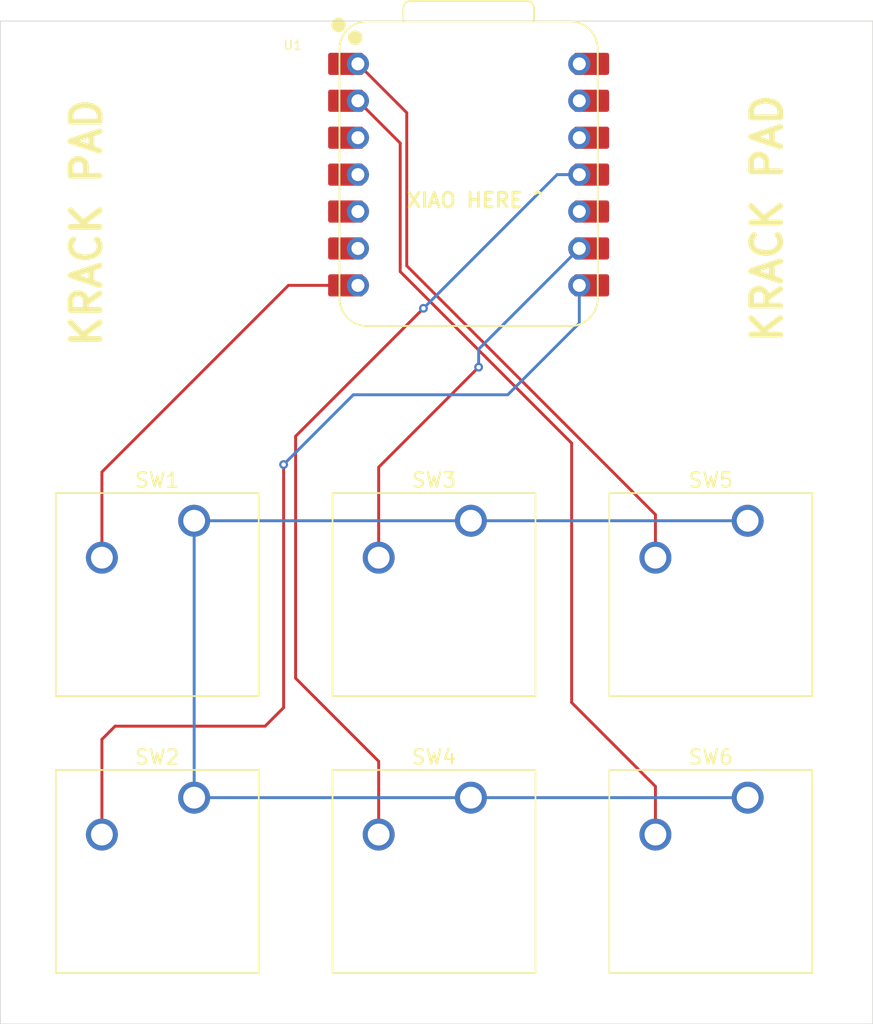
<source format=kicad_pcb>
(kicad_pcb (version 20241229) (generator "pcbnew") (generator_version "9.0")
  (layers (0 "F.Cu" signal) (2 "B.Cu" signal) (13 "F.Paste" user) (15 "B.Paste" user) (5 "F.SilkS" user "F.Silkscreen") (7 "B.SilkS" user "B.Silkscreen") (1 "F.Mask" user) (3 "B.Mask" user) (25 "Edge.Cuts" user))
  (net 0 "")
  (net 1 "Net-(U1-GPIO0{slash}TX)")
  (net 2 "GND")
  (net 3 "Net-(U1-GPIO1{slash}RX)")
  (net 4 "Net-(U1-GPIO2{slash}SCK)")
  (net 5 "Net-(U1-GPIO3{slash}MOSI)")
  (net 6 "Net-(U1-GPIO26{slash}ADC0{slash}A0)")
  (net 7 "Net-(U1-GPIO27{slash}ADC1{slash}A1)")
  (footprint "Button_Switch_Keyboard:SW_Cherry_MX_1.00u_PCB" (layer "F.Cu") (at 121.615 116.6935)
    (property "Reference" "SW2" (at -2.54 -2.794 0) (layer "F.SilkS"))
    (property "Value" "SW_Push")
    (fp_line (start -9.525 -1.905) (end 4.445 -1.905) (stroke (width 0.12)) (layer "F.SilkS"))
    (fp_line (start -9.525 12.065) (end -9.525 -1.905) (stroke (width 0.12)) (layer "F.SilkS"))
    (fp_line (start 4.445 -1.905) (end 4.445 12.065) (stroke (width 0.12)) (layer "F.SilkS"))
    (fp_line (start 4.445 12.065) (end -9.525 12.065) (stroke (width 0.12)) (layer "F.SilkS"))
    (pad "" np_thru_hole circle (at -7.62 5.08) (size 1.7 1.7) (drill 1.7) (layers "*.Cu" "*.Mask"))
    (pad "" np_thru_hole circle (at -2.54 5.08) (size 4 4) (drill 4) (layers "*.Cu" "*.Mask"))
    (pad "" np_thru_hole circle (at 2.54 5.08) (size 1.7 1.7) (drill 1.7) (layers "*.Cu" "*.Mask"))
    (pad "1" thru_hole circle (at 0 0) (size 2.2 2.2) (drill 1.5) (layers "*.Cu" "*.Mask") (net 2 "GND"))
    (pad "2" thru_hole circle (at -6.35 2.54) (size 2.2 2.2) (drill 1.5) (layers "*.Cu" "*.Mask") (net 3 "Net-(U1-GPIO1{slash}RX)"))
  )
  (footprint "Button_Switch_Keyboard:SW_Cherry_MX_1.00u_PCB" (layer "F.Cu") (at 140.667 97.6415)
    (property "Reference" "SW3" (at -2.54 -2.794 0) (layer "F.SilkS"))
    (property "Value" "SW_Push")
    (fp_line (start -9.525 -1.905) (end 4.445 -1.905) (stroke (width 0.12)) (layer "F.SilkS"))
    (fp_line (start -9.525 12.065) (end -9.525 -1.905) (stroke (width 0.12)) (layer "F.SilkS"))
    (fp_line (start 4.445 -1.905) (end 4.445 12.065) (stroke (width 0.12)) (layer "F.SilkS"))
    (fp_line (start 4.445 12.065) (end -9.525 12.065) (stroke (width 0.12)) (layer "F.SilkS"))
    (pad "" np_thru_hole circle (at -7.62 5.08) (size 1.7 1.7) (drill 1.7) (layers "*.Cu" "*.Mask"))
    (pad "" np_thru_hole circle (at -2.54 5.08) (size 4 4) (drill 4) (layers "*.Cu" "*.Mask"))
    (pad "" np_thru_hole circle (at 2.54 5.08) (size 1.7 1.7) (drill 1.7) (layers "*.Cu" "*.Mask"))
    (pad "1" thru_hole circle (at 0 0) (size 2.2 2.2) (drill 1.5) (layers "*.Cu" "*.Mask") (net 2 "GND"))
    (pad "2" thru_hole circle (at -6.35 2.54) (size 2.2 2.2) (drill 1.5) (layers "*.Cu" "*.Mask") (net 4 "Net-(U1-GPIO2{slash}SCK)"))
  )
  (footprint "opl:XIAO-RP2040-DIP" (layer "F.Cu") (at 140.5085 73.8265)
    (property "Reference" "U1" (at -12.1085 -8.9015 0) (layer "F.SilkS") (effects (font (size 0.635 0.635) (thickness 0.1016))))
    (property "Value" "XIAO-RP2040-DIP")
    (fp_line (start -8.89 8.509) (end -8.89 -8.636) (stroke (width 0.127)) (layer "F.SilkS"))
    (fp_line (start -6.985 10.414) (end 6.985 10.414) (stroke (width 0.127)) (layer "F.SilkS"))
    (fp_line (start -4.495 -10.541) (end -4.491272 -11.451272) (stroke (width 0.127)) (layer "F.SilkS"))
    (fp_line (start -3.991272 -11.951) (end 4.004 -11.951) (stroke (width 0.127)) (layer "F.SilkS"))
    (fp_line (start 4.504 -11.451) (end 4.504 -10.541) (stroke (width 0.127)) (layer "F.SilkS"))
    (fp_line (start 6.985 -10.541) (end -6.985 -10.541) (stroke (width 0.1)) (layer "F.SilkS"))
    (fp_line (start 6.985 -10.541) (end -6.985 -10.541) (stroke (width 0.127)) (layer "F.SilkS"))
    (fp_line (start 8.89 8.509) (end 8.89 -8.636) (stroke (width 0.127)) (layer "F.SilkS"))
    (fp_arc (start -8.89 -8.636) (mid -8.332038 -9.983038) (end -6.985 -10.541) (stroke (width 0.127)) (layer "F.SilkS"))
    (fp_arc (start -6.985 10.414) (mid -8.332038 9.856038) (end -8.89 8.509) (stroke (width 0.127)) (layer "F.SilkS"))
    (fp_arc (start -4.491272 -11.451272) (mid -4.344728 -11.80464) (end -3.991272 -11.951) (stroke (width 0.127)) (layer "F.SilkS"))
    (fp_arc (start 4.004 -11.951) (mid 4.357553 -11.804553) (end 4.504 -11.451) (stroke (width 0.127)) (layer "F.SilkS"))
    (fp_arc (start 6.985 -10.541) (mid 8.332038 -9.983038) (end 8.89 -8.636) (stroke (width 0.127)) (layer "F.SilkS"))
    (fp_arc (start 8.89 8.509) (mid 8.332038 9.856038) (end 6.985 10.414) (stroke (width 0.127)) (layer "F.SilkS"))
    (fp_circle (center -8.95 -10.3) (end -8.95 -10.554) (stroke (width 0.5)) (fill yes) (layer "F.SilkS"))
    (fp_circle (center -7.807 -9.42) (end -7.807 -9.674) (stroke (width 0.5)) (fill yes) (layer "F.SilkS"))
    (pad "1" smd roundrect (at -8.455 -7.62 180) (size 2.432 1.524) (layers "F.Cu" "F.Mask") (roundrect_rratio 0.1) (net 6 "Net-(U1-GPIO26{slash}ADC0{slash}A0)"))
    (pad "1" thru_hole circle (at -7.62 -7.62 180) (size 1.524 1.524) (drill 0.889) (layers "*.Cu" "*.Mask") (net 6 "Net-(U1-GPIO26{slash}ADC0{slash}A0)"))
    (pad "2" smd roundrect (at -8.455 -5.08 180) (size 2.432 1.524) (layers "F.Cu" "F.Mask") (roundrect_rratio 0.1) (net 7 "Net-(U1-GPIO27{slash}ADC1{slash}A1)"))
    (pad "2" thru_hole circle (at -7.62 -5.08 180) (size 1.524 1.524) (drill 0.889) (layers "*.Cu" "*.Mask") (net 7 "Net-(U1-GPIO27{slash}ADC1{slash}A1)"))
    (pad "3" smd roundrect (at -8.455 -2.54 180) (size 2.432 1.524) (layers "F.Cu" "F.Mask") (roundrect_rratio 0.1))
    (pad "3" thru_hole circle (at -7.62 -2.54 180) (size 1.524 1.524) (drill 0.889) (layers "*.Cu" "*.Mask"))
    (pad "4" smd roundrect (at -8.455 0 180) (size 2.432 1.524) (layers "F.Cu" "F.Mask") (roundrect_rratio 0.1))
    (pad "4" thru_hole circle (at -7.62 0 180) (size 1.524 1.524) (drill 0.889) (layers "*.Cu" "*.Mask"))
    (pad "5" smd roundrect (at -8.455 2.54 180) (size 2.432 1.524) (layers "F.Cu" "F.Mask") (roundrect_rratio 0.1))
    (pad "5" thru_hole circle (at -7.62 2.54 180) (size 1.524 1.524) (drill 0.889) (layers "*.Cu" "*.Mask"))
    (pad "6" smd roundrect (at -8.455 5.08 180) (size 2.432 1.524) (layers "F.Cu" "F.Mask") (roundrect_rratio 0.1))
    (pad "6" thru_hole circle (at -7.62 5.08 180) (size 1.524 1.524) (drill 0.889) (layers "*.Cu" "*.Mask"))
    (pad "7" smd roundrect (at -8.455 7.62 180) (size 2.432 1.524) (layers "F.Cu" "F.Mask") (roundrect_rratio 0.1) (net 1 "Net-(U1-GPIO0{slash}TX)"))
    (pad "7" thru_hole circle (at -7.62 7.62 180) (size 1.524 1.524) (drill 0.889) (layers "*.Cu" "*.Mask") (net 1 "Net-(U1-GPIO0{slash}TX)"))
    (pad "8" thru_hole circle (at 7.62 7.62) (size 1.524 1.524) (drill 0.889) (layers "*.Cu" "*.Mask") (net 3 "Net-(U1-GPIO1{slash}RX)"))
    (pad "8" smd roundrect (at 8.455 7.62) (size 2.432 1.524) (layers "F.Cu" "F.Mask") (roundrect_rratio 0.1) (net 3 "Net-(U1-GPIO1{slash}RX)"))
    (pad "9" thru_hole circle (at 7.62 5.08) (size 1.524 1.524) (drill 0.889) (layers "*.Cu" "*.Mask") (net 4 "Net-(U1-GPIO2{slash}SCK)"))
    (pad "9" smd roundrect (at 8.455 5.08) (size 2.432 1.524) (layers "F.Cu" "F.Mask") (roundrect_rratio 0.1) (net 4 "Net-(U1-GPIO2{slash}SCK)"))
    (pad "10" thru_hole circle (at 7.62 2.54) (size 1.524 1.524) (drill 0.889) (layers "*.Cu" "*.Mask"))
    (pad "10" smd roundrect (at 8.455 2.54) (size 2.432 1.524) (layers "F.Cu" "F.Mask") (roundrect_rratio 0.1))
    (pad "11" thru_hole circle (at 7.62 0) (size 1.524 1.524) (drill 0.889) (layers "*.Cu" "*.Mask") (net 5 "Net-(U1-GPIO3{slash}MOSI)"))
    (pad "11" smd roundrect (at 8.455 0) (size 2.432 1.524) (layers "F.Cu" "F.Mask") (roundrect_rratio 0.1) (net 5 "Net-(U1-GPIO3{slash}MOSI)"))
    (pad "12" thru_hole circle (at 7.62 -2.54) (size 1.524 1.524) (drill 0.889) (layers "*.Cu" "*.Mask"))
    (pad "12" smd roundrect (at 8.455 -2.54) (size 2.432 1.524) (layers "F.Cu" "F.Mask") (roundrect_rratio 0.1))
    (pad "13" thru_hole circle (at 7.62 -5.08) (size 1.524 1.524) (drill 0.889) (layers "*.Cu" "*.Mask"))
    (pad "13" smd roundrect (at 8.455 -5.08) (size 2.432 1.524) (layers "F.Cu" "F.Mask") (roundrect_rratio 0.1))
    (pad "14" thru_hole circle (at 7.62 -7.62) (size 1.524 1.524) (drill 0.889) (layers "*.Cu" "*.Mask"))
    (pad "14" smd roundrect (at 8.455 -7.62) (size 2.432 1.524) (layers "F.Cu" "F.Mask") (roundrect_rratio 0.1))
  )
  (footprint "Button_Switch_Keyboard:SW_Cherry_MX_1.00u_PCB" (layer "F.Cu") (at 159.719 97.6415)
    (property "Reference" "SW5" (at -2.54 -2.794 0) (layer "F.SilkS"))
    (property "Value" "SW_Push")
    (fp_line (start -9.525 -1.905) (end 4.445 -1.905) (stroke (width 0.12)) (layer "F.SilkS"))
    (fp_line (start -9.525 12.065) (end -9.525 -1.905) (stroke (width 0.12)) (layer "F.SilkS"))
    (fp_line (start 4.445 -1.905) (end 4.445 12.065) (stroke (width 0.12)) (layer "F.SilkS"))
    (fp_line (start 4.445 12.065) (end -9.525 12.065) (stroke (width 0.12)) (layer "F.SilkS"))
    (pad "" np_thru_hole circle (at -7.62 5.08) (size 1.7 1.7) (drill 1.7) (layers "*.Cu" "*.Mask"))
    (pad "" np_thru_hole circle (at -2.54 5.08) (size 4 4) (drill 4) (layers "*.Cu" "*.Mask"))
    (pad "" np_thru_hole circle (at 2.54 5.08) (size 1.7 1.7) (drill 1.7) (layers "*.Cu" "*.Mask"))
    (pad "1" thru_hole circle (at 0 0) (size 2.2 2.2) (drill 1.5) (layers "*.Cu" "*.Mask") (net 2 "GND"))
    (pad "2" thru_hole circle (at -6.35 2.54) (size 2.2 2.2) (drill 1.5) (layers "*.Cu" "*.Mask") (net 6 "Net-(U1-GPIO26{slash}ADC0{slash}A0)"))
  )
  (footprint "Button_Switch_Keyboard:SW_Cherry_MX_1.00u_PCB" (layer "F.Cu") (at 121.615 97.6415)
    (property "Reference" "SW1" (at -2.54 -2.794 0) (layer "F.SilkS"))
    (property "Value" "SW_Push")
    (fp_line (start -9.525 -1.905) (end 4.445 -1.905) (stroke (width 0.12)) (layer "F.SilkS"))
    (fp_line (start -9.525 12.065) (end -9.525 -1.905) (stroke (width 0.12)) (layer "F.SilkS"))
    (fp_line (start 4.445 -1.905) (end 4.445 12.065) (stroke (width 0.12)) (layer "F.SilkS"))
    (fp_line (start 4.445 12.065) (end -9.525 12.065) (stroke (width 0.12)) (layer "F.SilkS"))
    (pad "" np_thru_hole circle (at -7.62 5.08) (size 1.7 1.7) (drill 1.7) (layers "*.Cu" "*.Mask"))
    (pad "" np_thru_hole circle (at -2.54 5.08) (size 4 4) (drill 4) (layers "*.Cu" "*.Mask"))
    (pad "" np_thru_hole circle (at 2.54 5.08) (size 1.7 1.7) (drill 1.7) (layers "*.Cu" "*.Mask"))
    (pad "1" thru_hole circle (at 0 0) (size 2.2 2.2) (drill 1.5) (layers "*.Cu" "*.Mask") (net 2 "GND"))
    (pad "2" thru_hole circle (at -6.35 2.54) (size 2.2 2.2) (drill 1.5) (layers "*.Cu" "*.Mask") (net 1 "Net-(U1-GPIO0{slash}TX)"))
  )
  (footprint "Button_Switch_Keyboard:SW_Cherry_MX_1.00u_PCB" (layer "F.Cu") (at 140.667 116.6935)
    (property "Reference" "SW4" (at -2.54 -2.794 0) (layer "F.SilkS"))
    (property "Value" "SW_Push")
    (fp_line (start -9.525 -1.905) (end 4.445 -1.905) (stroke (width 0.12)) (layer "F.SilkS"))
    (fp_line (start -9.525 12.065) (end -9.525 -1.905) (stroke (width 0.12)) (layer "F.SilkS"))
    (fp_line (start 4.445 -1.905) (end 4.445 12.065) (stroke (width 0.12)) (layer "F.SilkS"))
    (fp_line (start 4.445 12.065) (end -9.525 12.065) (stroke (width 0.12)) (layer "F.SilkS"))
    (pad "" np_thru_hole circle (at -7.62 5.08) (size 1.7 1.7) (drill 1.7) (layers "*.Cu" "*.Mask"))
    (pad "" np_thru_hole circle (at -2.54 5.08) (size 4 4) (drill 4) (layers "*.Cu" "*.Mask"))
    (pad "" np_thru_hole circle (at 2.54 5.08) (size 1.7 1.7) (drill 1.7) (layers "*.Cu" "*.Mask"))
    (pad "1" thru_hole circle (at 0 0) (size 2.2 2.2) (drill 1.5) (layers "*.Cu" "*.Mask") (net 2 "GND"))
    (pad "2" thru_hole circle (at -6.35 2.54) (size 2.2 2.2) (drill 1.5) (layers "*.Cu" "*.Mask") (net 5 "Net-(U1-GPIO3{slash}MOSI)"))
  )
  (footprint "Button_Switch_Keyboard:SW_Cherry_MX_1.00u_PCB" (layer "F.Cu") (at 159.719 116.6935)
    (property "Reference" "SW6" (at -2.54 -2.794 0) (layer "F.SilkS"))
    (property "Value" "SW_Push")
    (fp_line (start -9.525 -1.905) (end 4.445 -1.905) (stroke (width 0.12)) (layer "F.SilkS"))
    (fp_line (start -9.525 12.065) (end -9.525 -1.905) (stroke (width 0.12)) (layer "F.SilkS"))
    (fp_line (start 4.445 -1.905) (end 4.445 12.065) (stroke (width 0.12)) (layer "F.SilkS"))
    (fp_line (start 4.445 12.065) (end -9.525 12.065) (stroke (width 0.12)) (layer "F.SilkS"))
    (pad "" np_thru_hole circle (at -7.62 5.08) (size 1.7 1.7) (drill 1.7) (layers "*.Cu" "*.Mask"))
    (pad "" np_thru_hole circle (at -2.54 5.08) (size 4 4) (drill 4) (layers "*.Cu" "*.Mask"))
    (pad "" np_thru_hole circle (at 2.54 5.08) (size 1.7 1.7) (drill 1.7) (layers "*.Cu" "*.Mask"))
    (pad "1" thru_hole circle (at 0 0) (size 2.2 2.2) (drill 1.5) (layers "*.Cu" "*.Mask") (net 2 "GND"))
    (pad "2" thru_hole circle (at -6.35 2.54) (size 2.2 2.2) (drill 1.5) (layers "*.Cu" "*.Mask") (net 7 "Net-(U1-GPIO27{slash}ADC1{slash}A1)"))
  )
  (gr_rect (start 108.275 63.2615) (end 168.3285 132.265) (stroke (width 0.05)) (fill no) (layer "Edge.Cuts"))
  (gr_text "KRACK PAD" (at 115.375 85.875 90) (layer "F.SilkS") (effects (font (size 2 2) (thickness 0.4) (bold yes)) (justify left bottom)))
  (gr_text "KRACK PAD" (at 162.225 85.575 90) (layer "F.SilkS") (effects (font (size 2 2) (thickness 0.4) (bold yes)) (justify left bottom)))
  (gr_text "XIAO HERE ^" (at 136.15 76.175 0) (layer "F.SilkS") (effects (font (size 1 1) (thickness 0.2) (bold yes)) (justify left bottom)))
  (segment (start 115.265 94.285) (end 128.1035 81.4465) (width 0.2) (layer "F.Cu") (net 1))
  (segment (start 128.1035 81.4465) (end 132.8885 81.4465) (width 0.2) (layer "F.Cu") (net 1))
  (segment (start 115.265 100.1815) (end 115.265 94.285) (width 0.2) (layer "F.Cu") (net 1))
  (segment (start 159.719 97.6415) (end 121.615 97.6415) (width 0.2) (layer "B.Cu") (net 2))
  (segment (start 121.615 97.6415) (end 121.615 116.6935) (width 0.2) (layer "B.Cu") (net 2))
  (segment (start 121.615 116.6935) (end 159.719 116.6935) (width 0.2) (layer "B.Cu") (net 2))
  (segment (start 115.265 119.2335) (end 115.265 112.685) (width 0.2) (layer "F.Cu") (net 3))
  (segment (start 115.265 112.685) (end 115.925 112.025) (width 0.2) (layer "F.Cu") (net 3))
  (segment (start 115.925 112.025) (end 116.175 111.775) (width 0.2) (layer "F.Cu") (net 3))
  (segment (start 126.5 111.775) (end 127.775 110.5) (width 0.2) (layer "F.Cu") (net 3))
  (segment (start 116.175 111.775) (end 126.5 111.775) (width 0.2) (layer "F.Cu") (net 3))
  (segment (start 127.775 110.5) (end 127.775 93.775) (width 0.2) (layer "F.Cu") (net 3))
  (via (at 127.775 93.775) (size 0.6) (drill 0.3) (layers "F.Cu" "B.Cu") (net 3))
  (segment (start 148.1285 84.0465) (end 148.1285 81.4465) (width 0.2) (layer "B.Cu") (net 3))
  (segment (start 127.775 93.775) (end 132.575 88.975) (width 0.2) (layer "B.Cu") (net 3))
  (segment (start 143.2 88.975) (end 148.1285 84.0465) (width 0.2) (layer "B.Cu") (net 3))
  (segment (start 132.575 88.975) (end 143.2 88.975) (width 0.2) (layer "B.Cu") (net 3))
  (segment (start 134.317 100.1815) (end 134.317 93.958) (width 0.2) (layer "F.Cu") (net 4))
  (segment (start 134.317 93.958) (end 141.2 87.075) (width 0.2) (layer "F.Cu") (net 4))
  (via (at 141.2 87.075) (size 0.6) (drill 0.3) (layers "F.Cu" "B.Cu") (net 4))
  (segment (start 141.2 87.075) (end 141.2 85.835) (width 0.2) (layer "B.Cu") (net 4))
  (segment (start 141.2 85.835) (end 148.1285 78.9065) (width 0.2) (layer "B.Cu") (net 4))
  (segment (start 134.317 114.192) (end 128.6 108.475) (width 0.2) (layer "F.Cu") (net 5))
  (segment (start 134.317 119.2335) (end 134.317 114.192) (width 0.2) (layer "F.Cu") (net 5))
  (segment (start 128.6 91.825) (end 137.4 83.025) (width 0.2) (layer "F.Cu") (net 5))
  (segment (start 128.6 108.475) (end 128.6 91.825) (width 0.2) (layer "F.Cu") (net 5))
  (via (at 137.4 83.025) (size 0.6) (drill 0.3) (layers "F.Cu" "B.Cu") (net 5))
  (segment (start 137.4 83.025) (end 146.5985 73.8265) (width 0.2) (layer "B.Cu") (net 5))
  (segment (start 146.5985 73.8265) (end 148.1285 73.8265) (width 0.2) (layer "B.Cu") (net 5))
  (segment (start 153.369 97.219) (end 136.25 80.1) (width 0.2) (layer "F.Cu") (net 6))
  (segment (start 153.369 100.1815) (end 153.369 97.219) (width 0.2) (layer "F.Cu") (net 6))
  (segment (start 136.25 69.568) (end 132.8885 66.2065) (width 0.2) (layer "F.Cu") (net 6))
  (segment (start 136.25 80.1) (end 136.25 69.568) (width 0.2) (layer "F.Cu") (net 6))
  (segment (start 147.6 110.15) (end 147.6 92.3) (width 0.2) (layer "F.Cu") (net 7))
  (segment (start 153.369 119.2335) (end 153.369 115.919) (width 0.2) (layer "F.Cu") (net 7))
  (segment (start 147.6 92.3) (end 135.8 80.5) (width 0.2) (layer "F.Cu") (net 7))
  (segment (start 135.8 80.5) (end 135.8 71.658) (width 0.2) (layer "F.Cu") (net 7))
  (segment (start 153.369 115.919) (end 147.6 110.15) (width 0.2) (layer "F.Cu") (net 7))
  (segment (start 135.8 71.658) (end 132.8885 68.7465) (width 0.2) (layer "F.Cu") (net 7))
)
</source>
